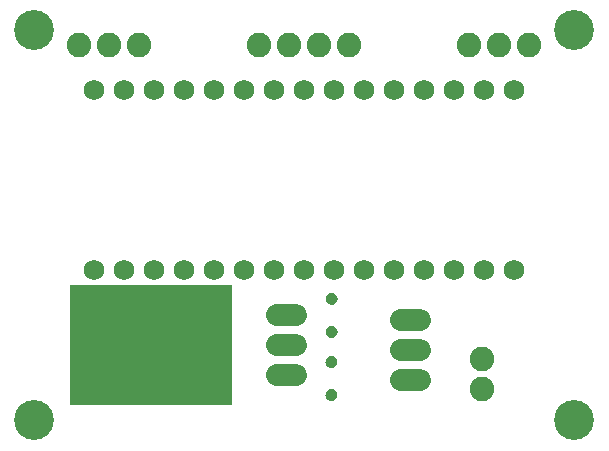
<source format=gbr>
G04 EAGLE Gerber RS-274X export*
G75*
%MOMM*%
%FSLAX34Y34*%
%LPD*%
%INSoldermask Top*%
%IPPOS*%
%AMOC8*
5,1,8,0,0,1.08239X$1,22.5*%
G01*
%ADD10R,13.716000X10.160000*%
%ADD11C,3.378200*%
%ADD12C,2.082800*%
%ADD13C,1.727200*%
%ADD14C,1.879600*%
%ADD15C,1.853200*%

G36*
X480208Y501633D02*
X480208Y501633D01*
X480299Y501632D01*
X481263Y501763D01*
X481311Y501779D01*
X481400Y501798D01*
X482311Y502140D01*
X482354Y502166D01*
X482438Y502205D01*
X483249Y502742D01*
X483285Y502777D01*
X483358Y502833D01*
X484030Y503537D01*
X484058Y503579D01*
X484116Y503650D01*
X484614Y504486D01*
X484615Y504489D01*
X484617Y504491D01*
X484623Y504510D01*
X484632Y504533D01*
X484672Y504615D01*
X484972Y505541D01*
X484979Y505591D01*
X485001Y505680D01*
X485087Y506649D01*
X485083Y506696D01*
X485086Y506771D01*
X484984Y507747D01*
X484970Y507795D01*
X484954Y507885D01*
X484638Y508814D01*
X484614Y508858D01*
X484577Y508943D01*
X484063Y509778D01*
X484029Y509815D01*
X483975Y509890D01*
X483287Y510590D01*
X483246Y510619D01*
X483177Y510679D01*
X482350Y511208D01*
X482304Y511227D01*
X482223Y511271D01*
X481300Y511603D01*
X481250Y511611D01*
X481161Y511636D01*
X480187Y511754D01*
X480137Y511751D01*
X480051Y511755D01*
X479049Y511660D01*
X479000Y511646D01*
X478910Y511630D01*
X477954Y511314D01*
X477909Y511290D01*
X477825Y511255D01*
X476964Y510733D01*
X476926Y510700D01*
X476851Y510647D01*
X476127Y509947D01*
X476098Y509906D01*
X476037Y509837D01*
X475487Y508994D01*
X475467Y508948D01*
X475423Y508867D01*
X475075Y507923D01*
X475066Y507873D01*
X475041Y507785D01*
X474911Y506787D01*
X474913Y506744D01*
X474912Y506618D01*
X475051Y505607D01*
X475067Y505559D01*
X475086Y505469D01*
X475448Y504514D01*
X475474Y504471D01*
X475513Y504387D01*
X476077Y503537D01*
X476112Y503500D01*
X476169Y503428D01*
X476909Y502724D01*
X476951Y502696D01*
X477022Y502638D01*
X477900Y502117D01*
X477947Y502099D01*
X478029Y502058D01*
X479001Y501745D01*
X479051Y501738D01*
X479140Y501717D01*
X480158Y501628D01*
X480208Y501633D01*
G37*
G36*
X480208Y473642D02*
X480208Y473642D01*
X480299Y473641D01*
X481263Y473772D01*
X481311Y473788D01*
X481400Y473807D01*
X482311Y474149D01*
X482354Y474175D01*
X482438Y474214D01*
X483249Y474751D01*
X483285Y474786D01*
X483358Y474842D01*
X484030Y475546D01*
X484058Y475588D01*
X484116Y475659D01*
X484614Y476495D01*
X484615Y476498D01*
X484617Y476500D01*
X484623Y476519D01*
X484632Y476542D01*
X484672Y476624D01*
X484972Y477550D01*
X484979Y477600D01*
X485001Y477689D01*
X485087Y478658D01*
X485083Y478705D01*
X485086Y478780D01*
X484984Y479756D01*
X484970Y479804D01*
X484954Y479894D01*
X484638Y480823D01*
X484614Y480867D01*
X484577Y480952D01*
X484063Y481787D01*
X484029Y481824D01*
X483975Y481899D01*
X483287Y482599D01*
X483246Y482628D01*
X483177Y482688D01*
X482350Y483217D01*
X482304Y483236D01*
X482223Y483280D01*
X481300Y483612D01*
X481250Y483620D01*
X481161Y483645D01*
X480187Y483763D01*
X480137Y483760D01*
X480051Y483764D01*
X479049Y483669D01*
X479000Y483655D01*
X478910Y483639D01*
X477954Y483323D01*
X477909Y483299D01*
X477825Y483264D01*
X476964Y482742D01*
X476926Y482709D01*
X476851Y482656D01*
X476127Y481956D01*
X476098Y481915D01*
X476037Y481846D01*
X475487Y481003D01*
X475467Y480957D01*
X475423Y480876D01*
X475075Y479932D01*
X475066Y479882D01*
X475041Y479794D01*
X474911Y478796D01*
X474913Y478753D01*
X474912Y478627D01*
X475051Y477616D01*
X475067Y477568D01*
X475086Y477478D01*
X475448Y476523D01*
X475474Y476480D01*
X475513Y476396D01*
X476077Y475546D01*
X476112Y475509D01*
X476169Y475437D01*
X476909Y474733D01*
X476951Y474705D01*
X477022Y474647D01*
X477900Y474126D01*
X477947Y474108D01*
X478029Y474067D01*
X479001Y473754D01*
X479051Y473747D01*
X479140Y473726D01*
X480158Y473637D01*
X480208Y473642D01*
G37*
G36*
X481071Y555191D02*
X481071Y555191D01*
X481120Y555205D01*
X481210Y555221D01*
X482166Y555537D01*
X482211Y555561D01*
X482295Y555597D01*
X483156Y556118D01*
X483194Y556151D01*
X483269Y556204D01*
X483993Y556904D01*
X484022Y556945D01*
X484083Y557014D01*
X484633Y557857D01*
X484653Y557903D01*
X484697Y557984D01*
X485045Y558928D01*
X485054Y558978D01*
X485079Y559066D01*
X485209Y560064D01*
X485207Y560107D01*
X485208Y560233D01*
X485069Y561244D01*
X485053Y561292D01*
X485034Y561382D01*
X484672Y562337D01*
X484646Y562380D01*
X484608Y562464D01*
X484043Y563314D01*
X484008Y563351D01*
X483951Y563423D01*
X483212Y564127D01*
X483169Y564155D01*
X483098Y564213D01*
X482220Y564734D01*
X482173Y564752D01*
X482091Y564793D01*
X481119Y565106D01*
X481069Y565113D01*
X480980Y565134D01*
X479962Y565223D01*
X479912Y565218D01*
X479821Y565219D01*
X478857Y565088D01*
X478809Y565072D01*
X478720Y565053D01*
X477809Y564711D01*
X477766Y564685D01*
X477683Y564646D01*
X476871Y564109D01*
X476835Y564074D01*
X476762Y564018D01*
X476090Y563314D01*
X476063Y563272D01*
X476004Y563201D01*
X475506Y562366D01*
X475488Y562318D01*
X475448Y562236D01*
X475148Y561311D01*
X475141Y561260D01*
X475119Y561171D01*
X475033Y560202D01*
X475037Y560155D01*
X475034Y560080D01*
X475136Y559104D01*
X475150Y559056D01*
X475166Y558966D01*
X475482Y558037D01*
X475507Y557993D01*
X475543Y557908D01*
X476057Y557073D01*
X476091Y557036D01*
X476145Y556961D01*
X476833Y556262D01*
X476874Y556232D01*
X476943Y556172D01*
X477770Y555643D01*
X477816Y555624D01*
X477897Y555580D01*
X478820Y555248D01*
X478870Y555240D01*
X478959Y555215D01*
X479933Y555097D01*
X479983Y555100D01*
X480069Y555096D01*
X481071Y555191D01*
G37*
G36*
X481071Y527200D02*
X481071Y527200D01*
X481120Y527214D01*
X481210Y527230D01*
X482166Y527546D01*
X482211Y527570D01*
X482295Y527606D01*
X483156Y528127D01*
X483194Y528160D01*
X483269Y528213D01*
X483993Y528913D01*
X484022Y528954D01*
X484083Y529023D01*
X484633Y529866D01*
X484653Y529912D01*
X484697Y529993D01*
X485045Y530937D01*
X485054Y530987D01*
X485079Y531075D01*
X485209Y532073D01*
X485207Y532116D01*
X485208Y532242D01*
X485069Y533253D01*
X485053Y533301D01*
X485034Y533391D01*
X484672Y534346D01*
X484646Y534389D01*
X484608Y534473D01*
X484043Y535323D01*
X484008Y535360D01*
X483951Y535432D01*
X483212Y536136D01*
X483169Y536164D01*
X483098Y536222D01*
X482220Y536743D01*
X482173Y536761D01*
X482091Y536802D01*
X481119Y537115D01*
X481069Y537122D01*
X480980Y537143D01*
X479962Y537232D01*
X479912Y537227D01*
X479821Y537228D01*
X478857Y537097D01*
X478809Y537081D01*
X478720Y537062D01*
X477809Y536720D01*
X477766Y536694D01*
X477683Y536655D01*
X476871Y536118D01*
X476835Y536083D01*
X476762Y536027D01*
X476090Y535323D01*
X476063Y535281D01*
X476004Y535210D01*
X475506Y534375D01*
X475488Y534327D01*
X475448Y534245D01*
X475148Y533320D01*
X475141Y533269D01*
X475119Y533180D01*
X475033Y532211D01*
X475037Y532164D01*
X475034Y532089D01*
X475136Y531113D01*
X475150Y531065D01*
X475166Y530975D01*
X475482Y530046D01*
X475507Y530002D01*
X475543Y529917D01*
X476057Y529082D01*
X476091Y529045D01*
X476145Y528970D01*
X476833Y528271D01*
X476874Y528241D01*
X476943Y528181D01*
X477770Y527652D01*
X477816Y527633D01*
X477897Y527589D01*
X478820Y527257D01*
X478870Y527249D01*
X478959Y527224D01*
X479933Y527106D01*
X479983Y527109D01*
X480069Y527105D01*
X481071Y527200D01*
G37*
D10*
X327660Y520700D03*
D11*
X228600Y457200D03*
X685800Y457200D03*
X685800Y787400D03*
X228600Y787400D03*
D12*
X419100Y774700D03*
X444500Y774700D03*
X469900Y774700D03*
X495300Y774700D03*
X317500Y774700D03*
X292100Y774700D03*
X266700Y774700D03*
D13*
X457200Y736600D03*
X482600Y736600D03*
X508000Y736600D03*
X533400Y736600D03*
X558800Y736600D03*
X584200Y736600D03*
X431800Y736600D03*
X406400Y736600D03*
X381000Y736600D03*
X355600Y736600D03*
X330200Y736600D03*
X304800Y736600D03*
X279400Y736600D03*
X609600Y736600D03*
X635000Y736600D03*
X457200Y584200D03*
X431800Y584200D03*
X406400Y584200D03*
X381000Y584200D03*
X355600Y584200D03*
X330200Y584200D03*
X482600Y584200D03*
X508000Y584200D03*
X533400Y584200D03*
X558800Y584200D03*
X584200Y584200D03*
X609600Y584200D03*
X635000Y584200D03*
X304800Y584200D03*
X279400Y584200D03*
D12*
X647700Y774700D03*
X622300Y774700D03*
X596900Y774700D03*
D14*
X450342Y495300D02*
X433578Y495300D01*
X433578Y520700D02*
X450342Y520700D01*
X450342Y546100D02*
X433578Y546100D01*
D12*
X607822Y509270D03*
X607822Y483870D03*
D15*
X555366Y541782D02*
X538866Y541782D01*
X538866Y516382D02*
X555366Y516382D01*
X555366Y490982D02*
X538866Y490982D01*
M02*

</source>
